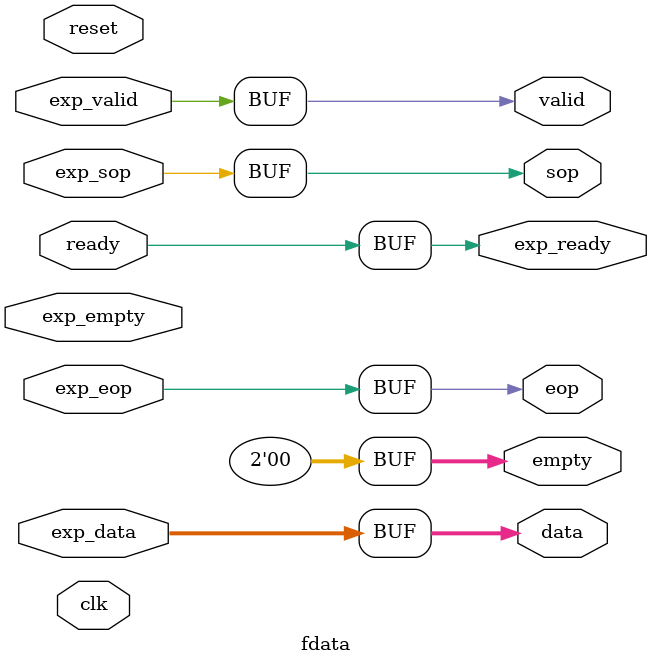
<source format=v>
`timescale 1 ps / 1 ps
module fdata (
		output wire [31:0] data,      // StSource.data
		input  wire        ready,     //         .ready
		output wire        valid,     //         .valid
		output wire        sop,       //         .startofpacket
		output wire        eop,       //         .endofpacket
		output wire [1:0]  empty,     //         .empty
		input  wire        clk,       //    clock.clk
		input  wire        reset,     //    reset.reset
		input  wire [31:0] exp_data,  //      exp.export
		input  wire        exp_valid, //         .export
		input  wire [1:0]  exp_empty, //         .export
		output wire        exp_ready, //         .export
		input  wire        exp_sop,   //         .export
		input  wire        exp_eop    //         .export
	   
	);

	// TODO: Auto-generated HDL template

	assign eop = exp_eop;
	assign valid = exp_valid;
	assign sop = exp_sop;
	assign empty = 2'b00;
	assign data = exp_data;
	assign exp_ready = ready;

endmodule

</source>
